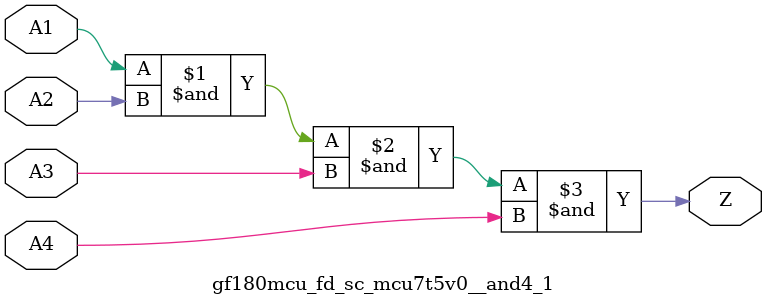
<source format=v>

module gf180mcu_fd_sc_mcu7t5v0__and4_1( A1, A2, A3, A4, Z );
input A1, A2, A3, A4;
output Z;

	and MGM_BG_0( Z, A1, A2, A3, A4 );

endmodule

</source>
